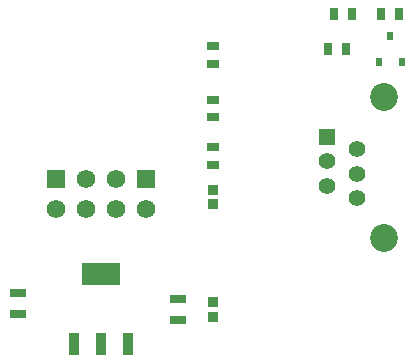
<source format=gbr>
%TF.GenerationSoftware,Altium Limited,Altium Designer,21.2.2 (38)*%
G04 Layer_Color=255*
%FSLAX26Y26*%
%MOIN*%
%TF.SameCoordinates,75BC83C2-9D79-468A-8CB9-4745F9D1B378*%
%TF.FilePolarity,Positive*%
%TF.FileFunction,Pads,Top*%
%TF.Part,Single*%
G01*
G75*
%TA.AperFunction,SMDPad,CuDef*%
G04:AMPARAMS|DCode=10|XSize=51.181mil|YSize=29.921mil|CornerRadius=3.74mil|HoleSize=0mil|Usage=FLASHONLY|Rotation=180.000|XOffset=0mil|YOffset=0mil|HoleType=Round|Shape=RoundedRectangle|*
%AMROUNDEDRECTD10*
21,1,0.051181,0.022441,0,0,180.0*
21,1,0.043701,0.029921,0,0,180.0*
1,1,0.007480,-0.021850,0.011220*
1,1,0.007480,0.021850,0.011220*
1,1,0.007480,0.021850,-0.011220*
1,1,0.007480,-0.021850,-0.011220*
%
%ADD10ROUNDEDRECTD10*%
%ADD11R,0.035433X0.074803*%
%ADD12R,0.125984X0.074803*%
%ADD13R,0.037402X0.037402*%
%ADD14R,0.039370X0.031496*%
%ADD15R,0.031496X0.039370*%
%ADD16R,0.023622X0.029528*%
%TA.AperFunction,ComponentPad*%
%ADD19C,0.062008*%
%ADD20R,0.062008X0.062008*%
%ADD21C,0.055118*%
%ADD22C,0.092913*%
%ADD23R,0.055118X0.055118*%
D10*
X472441Y-417716D02*
D03*
Y-488189D02*
D03*
X1003937Y-437401D02*
D03*
Y-507874D02*
D03*
D11*
X657480Y-588583D02*
D03*
X748032D02*
D03*
X838583D02*
D03*
D12*
X748032Y-356299D02*
D03*
D13*
X1122047Y-447835D02*
D03*
Y-497047D02*
D03*
Y-73819D02*
D03*
Y-123031D02*
D03*
D14*
Y344488D02*
D03*
Y403543D02*
D03*
Y167323D02*
D03*
Y226378D02*
D03*
Y9842D02*
D03*
Y68898D02*
D03*
D15*
X1505906Y393701D02*
D03*
X1564961D02*
D03*
X1525591Y511811D02*
D03*
X1584646D02*
D03*
X1742126D02*
D03*
X1683071D02*
D03*
D16*
X1712598Y437008D02*
D03*
X1750000Y350394D02*
D03*
X1675197D02*
D03*
D19*
X898032Y-139370D02*
D03*
X798032D02*
D03*
X698032D02*
D03*
X598032D02*
D03*
X698032Y-39370D02*
D03*
X798032D02*
D03*
D20*
X598032D02*
D03*
X898032D02*
D03*
D21*
X1502355Y-60230D02*
D03*
X1602355Y-100387D02*
D03*
Y-20072D02*
D03*
Y60243D02*
D03*
Y-20072D02*
D03*
X1502355Y20085D02*
D03*
D22*
X1692906Y-236214D02*
D03*
Y236227D02*
D03*
D23*
X1502355Y100400D02*
D03*
%TF.MD5,c221c854f3752e321c66e66dff58b858*%
M02*

</source>
